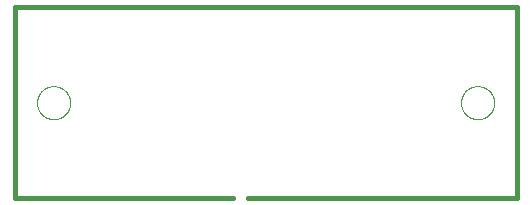
<source format=gbp>
G75*
%MOIN*%
%OFA0B0*%
%FSLAX25Y25*%
%IPPOS*%
%LPD*%
%AMOC8*
5,1,8,0,0,1.08239X$1,22.5*
%
%ADD10C,0.01600*%
%ADD11C,0.00000*%
D10*
X0001800Y0033343D02*
X0074300Y0033343D01*
X0079550Y0033343D02*
X0169050Y0033343D01*
X0169050Y0096843D01*
X0001800Y0096843D01*
X0001800Y0033343D01*
D11*
X0009117Y0065000D02*
X0009119Y0065148D01*
X0009125Y0065296D01*
X0009135Y0065444D01*
X0009149Y0065591D01*
X0009167Y0065738D01*
X0009188Y0065884D01*
X0009214Y0066030D01*
X0009244Y0066175D01*
X0009277Y0066319D01*
X0009315Y0066462D01*
X0009356Y0066604D01*
X0009401Y0066745D01*
X0009449Y0066885D01*
X0009502Y0067024D01*
X0009558Y0067161D01*
X0009618Y0067296D01*
X0009681Y0067430D01*
X0009748Y0067562D01*
X0009819Y0067692D01*
X0009893Y0067820D01*
X0009970Y0067946D01*
X0010051Y0068070D01*
X0010135Y0068192D01*
X0010222Y0068311D01*
X0010313Y0068428D01*
X0010407Y0068543D01*
X0010503Y0068655D01*
X0010603Y0068765D01*
X0010705Y0068871D01*
X0010811Y0068975D01*
X0010919Y0069076D01*
X0011030Y0069174D01*
X0011143Y0069270D01*
X0011259Y0069362D01*
X0011377Y0069451D01*
X0011498Y0069536D01*
X0011621Y0069619D01*
X0011746Y0069698D01*
X0011873Y0069774D01*
X0012002Y0069846D01*
X0012133Y0069915D01*
X0012266Y0069980D01*
X0012401Y0070041D01*
X0012537Y0070099D01*
X0012674Y0070154D01*
X0012813Y0070204D01*
X0012954Y0070251D01*
X0013095Y0070294D01*
X0013238Y0070334D01*
X0013382Y0070369D01*
X0013526Y0070401D01*
X0013672Y0070428D01*
X0013818Y0070452D01*
X0013965Y0070472D01*
X0014112Y0070488D01*
X0014259Y0070500D01*
X0014407Y0070508D01*
X0014555Y0070512D01*
X0014703Y0070512D01*
X0014851Y0070508D01*
X0014999Y0070500D01*
X0015146Y0070488D01*
X0015293Y0070472D01*
X0015440Y0070452D01*
X0015586Y0070428D01*
X0015732Y0070401D01*
X0015876Y0070369D01*
X0016020Y0070334D01*
X0016163Y0070294D01*
X0016304Y0070251D01*
X0016445Y0070204D01*
X0016584Y0070154D01*
X0016721Y0070099D01*
X0016857Y0070041D01*
X0016992Y0069980D01*
X0017125Y0069915D01*
X0017256Y0069846D01*
X0017385Y0069774D01*
X0017512Y0069698D01*
X0017637Y0069619D01*
X0017760Y0069536D01*
X0017881Y0069451D01*
X0017999Y0069362D01*
X0018115Y0069270D01*
X0018228Y0069174D01*
X0018339Y0069076D01*
X0018447Y0068975D01*
X0018553Y0068871D01*
X0018655Y0068765D01*
X0018755Y0068655D01*
X0018851Y0068543D01*
X0018945Y0068428D01*
X0019036Y0068311D01*
X0019123Y0068192D01*
X0019207Y0068070D01*
X0019288Y0067946D01*
X0019365Y0067820D01*
X0019439Y0067692D01*
X0019510Y0067562D01*
X0019577Y0067430D01*
X0019640Y0067296D01*
X0019700Y0067161D01*
X0019756Y0067024D01*
X0019809Y0066885D01*
X0019857Y0066745D01*
X0019902Y0066604D01*
X0019943Y0066462D01*
X0019981Y0066319D01*
X0020014Y0066175D01*
X0020044Y0066030D01*
X0020070Y0065884D01*
X0020091Y0065738D01*
X0020109Y0065591D01*
X0020123Y0065444D01*
X0020133Y0065296D01*
X0020139Y0065148D01*
X0020141Y0065000D01*
X0020139Y0064852D01*
X0020133Y0064704D01*
X0020123Y0064556D01*
X0020109Y0064409D01*
X0020091Y0064262D01*
X0020070Y0064116D01*
X0020044Y0063970D01*
X0020014Y0063825D01*
X0019981Y0063681D01*
X0019943Y0063538D01*
X0019902Y0063396D01*
X0019857Y0063255D01*
X0019809Y0063115D01*
X0019756Y0062976D01*
X0019700Y0062839D01*
X0019640Y0062704D01*
X0019577Y0062570D01*
X0019510Y0062438D01*
X0019439Y0062308D01*
X0019365Y0062180D01*
X0019288Y0062054D01*
X0019207Y0061930D01*
X0019123Y0061808D01*
X0019036Y0061689D01*
X0018945Y0061572D01*
X0018851Y0061457D01*
X0018755Y0061345D01*
X0018655Y0061235D01*
X0018553Y0061129D01*
X0018447Y0061025D01*
X0018339Y0060924D01*
X0018228Y0060826D01*
X0018115Y0060730D01*
X0017999Y0060638D01*
X0017881Y0060549D01*
X0017760Y0060464D01*
X0017637Y0060381D01*
X0017512Y0060302D01*
X0017385Y0060226D01*
X0017256Y0060154D01*
X0017125Y0060085D01*
X0016992Y0060020D01*
X0016857Y0059959D01*
X0016721Y0059901D01*
X0016584Y0059846D01*
X0016445Y0059796D01*
X0016304Y0059749D01*
X0016163Y0059706D01*
X0016020Y0059666D01*
X0015876Y0059631D01*
X0015732Y0059599D01*
X0015586Y0059572D01*
X0015440Y0059548D01*
X0015293Y0059528D01*
X0015146Y0059512D01*
X0014999Y0059500D01*
X0014851Y0059492D01*
X0014703Y0059488D01*
X0014555Y0059488D01*
X0014407Y0059492D01*
X0014259Y0059500D01*
X0014112Y0059512D01*
X0013965Y0059528D01*
X0013818Y0059548D01*
X0013672Y0059572D01*
X0013526Y0059599D01*
X0013382Y0059631D01*
X0013238Y0059666D01*
X0013095Y0059706D01*
X0012954Y0059749D01*
X0012813Y0059796D01*
X0012674Y0059846D01*
X0012537Y0059901D01*
X0012401Y0059959D01*
X0012266Y0060020D01*
X0012133Y0060085D01*
X0012002Y0060154D01*
X0011873Y0060226D01*
X0011746Y0060302D01*
X0011621Y0060381D01*
X0011498Y0060464D01*
X0011377Y0060549D01*
X0011259Y0060638D01*
X0011143Y0060730D01*
X0011030Y0060826D01*
X0010919Y0060924D01*
X0010811Y0061025D01*
X0010705Y0061129D01*
X0010603Y0061235D01*
X0010503Y0061345D01*
X0010407Y0061457D01*
X0010313Y0061572D01*
X0010222Y0061689D01*
X0010135Y0061808D01*
X0010051Y0061930D01*
X0009970Y0062054D01*
X0009893Y0062180D01*
X0009819Y0062308D01*
X0009748Y0062438D01*
X0009681Y0062570D01*
X0009618Y0062704D01*
X0009558Y0062839D01*
X0009502Y0062976D01*
X0009449Y0063115D01*
X0009401Y0063255D01*
X0009356Y0063396D01*
X0009315Y0063538D01*
X0009277Y0063681D01*
X0009244Y0063825D01*
X0009214Y0063970D01*
X0009188Y0064116D01*
X0009167Y0064262D01*
X0009149Y0064409D01*
X0009135Y0064556D01*
X0009125Y0064704D01*
X0009119Y0064852D01*
X0009117Y0065000D01*
X0150455Y0065008D02*
X0150457Y0065156D01*
X0150463Y0065304D01*
X0150473Y0065452D01*
X0150487Y0065599D01*
X0150505Y0065746D01*
X0150526Y0065892D01*
X0150552Y0066038D01*
X0150582Y0066183D01*
X0150615Y0066327D01*
X0150653Y0066470D01*
X0150694Y0066612D01*
X0150739Y0066753D01*
X0150787Y0066893D01*
X0150840Y0067032D01*
X0150896Y0067169D01*
X0150956Y0067304D01*
X0151019Y0067438D01*
X0151086Y0067570D01*
X0151157Y0067700D01*
X0151231Y0067828D01*
X0151308Y0067954D01*
X0151389Y0068078D01*
X0151473Y0068200D01*
X0151560Y0068319D01*
X0151651Y0068436D01*
X0151745Y0068551D01*
X0151841Y0068663D01*
X0151941Y0068773D01*
X0152043Y0068879D01*
X0152149Y0068983D01*
X0152257Y0069084D01*
X0152368Y0069182D01*
X0152481Y0069278D01*
X0152597Y0069370D01*
X0152715Y0069459D01*
X0152836Y0069544D01*
X0152959Y0069627D01*
X0153084Y0069706D01*
X0153211Y0069782D01*
X0153340Y0069854D01*
X0153471Y0069923D01*
X0153604Y0069988D01*
X0153739Y0070049D01*
X0153875Y0070107D01*
X0154012Y0070162D01*
X0154151Y0070212D01*
X0154292Y0070259D01*
X0154433Y0070302D01*
X0154576Y0070342D01*
X0154720Y0070377D01*
X0154864Y0070409D01*
X0155010Y0070436D01*
X0155156Y0070460D01*
X0155303Y0070480D01*
X0155450Y0070496D01*
X0155597Y0070508D01*
X0155745Y0070516D01*
X0155893Y0070520D01*
X0156041Y0070520D01*
X0156189Y0070516D01*
X0156337Y0070508D01*
X0156484Y0070496D01*
X0156631Y0070480D01*
X0156778Y0070460D01*
X0156924Y0070436D01*
X0157070Y0070409D01*
X0157214Y0070377D01*
X0157358Y0070342D01*
X0157501Y0070302D01*
X0157642Y0070259D01*
X0157783Y0070212D01*
X0157922Y0070162D01*
X0158059Y0070107D01*
X0158195Y0070049D01*
X0158330Y0069988D01*
X0158463Y0069923D01*
X0158594Y0069854D01*
X0158723Y0069782D01*
X0158850Y0069706D01*
X0158975Y0069627D01*
X0159098Y0069544D01*
X0159219Y0069459D01*
X0159337Y0069370D01*
X0159453Y0069278D01*
X0159566Y0069182D01*
X0159677Y0069084D01*
X0159785Y0068983D01*
X0159891Y0068879D01*
X0159993Y0068773D01*
X0160093Y0068663D01*
X0160189Y0068551D01*
X0160283Y0068436D01*
X0160374Y0068319D01*
X0160461Y0068200D01*
X0160545Y0068078D01*
X0160626Y0067954D01*
X0160703Y0067828D01*
X0160777Y0067700D01*
X0160848Y0067570D01*
X0160915Y0067438D01*
X0160978Y0067304D01*
X0161038Y0067169D01*
X0161094Y0067032D01*
X0161147Y0066893D01*
X0161195Y0066753D01*
X0161240Y0066612D01*
X0161281Y0066470D01*
X0161319Y0066327D01*
X0161352Y0066183D01*
X0161382Y0066038D01*
X0161408Y0065892D01*
X0161429Y0065746D01*
X0161447Y0065599D01*
X0161461Y0065452D01*
X0161471Y0065304D01*
X0161477Y0065156D01*
X0161479Y0065008D01*
X0161477Y0064860D01*
X0161471Y0064712D01*
X0161461Y0064564D01*
X0161447Y0064417D01*
X0161429Y0064270D01*
X0161408Y0064124D01*
X0161382Y0063978D01*
X0161352Y0063833D01*
X0161319Y0063689D01*
X0161281Y0063546D01*
X0161240Y0063404D01*
X0161195Y0063263D01*
X0161147Y0063123D01*
X0161094Y0062984D01*
X0161038Y0062847D01*
X0160978Y0062712D01*
X0160915Y0062578D01*
X0160848Y0062446D01*
X0160777Y0062316D01*
X0160703Y0062188D01*
X0160626Y0062062D01*
X0160545Y0061938D01*
X0160461Y0061816D01*
X0160374Y0061697D01*
X0160283Y0061580D01*
X0160189Y0061465D01*
X0160093Y0061353D01*
X0159993Y0061243D01*
X0159891Y0061137D01*
X0159785Y0061033D01*
X0159677Y0060932D01*
X0159566Y0060834D01*
X0159453Y0060738D01*
X0159337Y0060646D01*
X0159219Y0060557D01*
X0159098Y0060472D01*
X0158975Y0060389D01*
X0158850Y0060310D01*
X0158723Y0060234D01*
X0158594Y0060162D01*
X0158463Y0060093D01*
X0158330Y0060028D01*
X0158195Y0059967D01*
X0158059Y0059909D01*
X0157922Y0059854D01*
X0157783Y0059804D01*
X0157642Y0059757D01*
X0157501Y0059714D01*
X0157358Y0059674D01*
X0157214Y0059639D01*
X0157070Y0059607D01*
X0156924Y0059580D01*
X0156778Y0059556D01*
X0156631Y0059536D01*
X0156484Y0059520D01*
X0156337Y0059508D01*
X0156189Y0059500D01*
X0156041Y0059496D01*
X0155893Y0059496D01*
X0155745Y0059500D01*
X0155597Y0059508D01*
X0155450Y0059520D01*
X0155303Y0059536D01*
X0155156Y0059556D01*
X0155010Y0059580D01*
X0154864Y0059607D01*
X0154720Y0059639D01*
X0154576Y0059674D01*
X0154433Y0059714D01*
X0154292Y0059757D01*
X0154151Y0059804D01*
X0154012Y0059854D01*
X0153875Y0059909D01*
X0153739Y0059967D01*
X0153604Y0060028D01*
X0153471Y0060093D01*
X0153340Y0060162D01*
X0153211Y0060234D01*
X0153084Y0060310D01*
X0152959Y0060389D01*
X0152836Y0060472D01*
X0152715Y0060557D01*
X0152597Y0060646D01*
X0152481Y0060738D01*
X0152368Y0060834D01*
X0152257Y0060932D01*
X0152149Y0061033D01*
X0152043Y0061137D01*
X0151941Y0061243D01*
X0151841Y0061353D01*
X0151745Y0061465D01*
X0151651Y0061580D01*
X0151560Y0061697D01*
X0151473Y0061816D01*
X0151389Y0061938D01*
X0151308Y0062062D01*
X0151231Y0062188D01*
X0151157Y0062316D01*
X0151086Y0062446D01*
X0151019Y0062578D01*
X0150956Y0062712D01*
X0150896Y0062847D01*
X0150840Y0062984D01*
X0150787Y0063123D01*
X0150739Y0063263D01*
X0150694Y0063404D01*
X0150653Y0063546D01*
X0150615Y0063689D01*
X0150582Y0063833D01*
X0150552Y0063978D01*
X0150526Y0064124D01*
X0150505Y0064270D01*
X0150487Y0064417D01*
X0150473Y0064564D01*
X0150463Y0064712D01*
X0150457Y0064860D01*
X0150455Y0065008D01*
M02*

</source>
